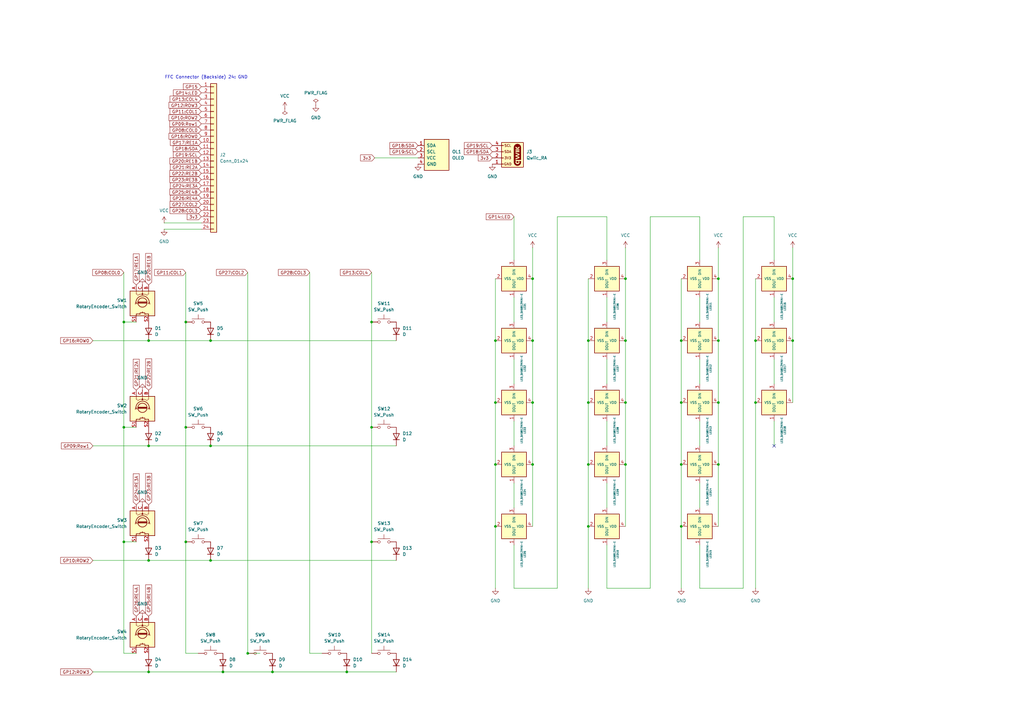
<source format=kicad_sch>
(kicad_sch (version 20250114) (generator "eeschema") (generator_version "9.0")
  (paper "A3")
  (lib_symbols
    (symbol "BrownSugar_KBD:OLED" (pin_names (offset 1.016))
      (property "Reference" "OL" (at 0 7.62 0))
      (property "Value" "OLED" (at 0 -7.62 0))
      (symbol "OLED_1_1"
        (pin bidirectional line (at -7.62 3.81 0) (length 2.54) (name "SDA") (number "1"))
        (pin bidirectional line (at -7.62 1.27 0) (length 2.54) (name "SCL") (number "2"))
        (pin power_in line (at -7.62 -1.27 0) (length 2.54) (name "VCC") (number "3"))
        (pin power_in line (at -7.62 -3.81 0) (length 2.54) (name "GND") (number "4"))
      )
    )
    (symbol "Connector_Generic:Conn_01x24" (pin_names (offset 1.016) (hide yes))
      (property "Reference" "J" (at 0 30.48 0))
      (property "Value" "Conn_01x24" (at 0 -33.02 0))
      (symbol "Conn_01x24_1_1"
        (pin passive line (at -5.08 27.94 0) (length 3.81) (name "Pin_1") (number "1"))
        (pin passive line (at -5.08 25.4 0) (length 3.81) (name "Pin_2") (number "2"))
        (pin passive line (at -5.08 22.86 0) (length 3.81) (name "Pin_3") (number "3"))
        (pin passive line (at -5.08 20.32 0) (length 3.81) (name "Pin_4") (number "4"))
        (pin passive line (at -5.08 17.78 0) (length 3.81) (name "Pin_5") (number "5"))
        (pin passive line (at -5.08 15.24 0) (length 3.81) (name "Pin_6") (number "6"))
        (pin passive line (at -5.08 12.7 0) (length 3.81) (name "Pin_7") (number "7"))
        (pin passive line (at -5.08 10.16 0) (length 3.81) (name "Pin_8") (number "8"))
        (pin passive line (at -5.08 7.62 0) (length 3.81) (name "Pin_9") (number "9"))
        (pin passive line (at -5.08 5.08 0) (length 3.81) (name "Pin_10") (number "10"))
        (pin passive line (at -5.08 2.54 0) (length 3.81) (name "Pin_11") (number "11"))
        (pin passive line (at -5.08 0 0) (length 3.81) (name "Pin_12") (number "12"))
        (pin passive line (at -5.08 -2.54 0) (length 3.81) (name "Pin_13") (number "13"))
        (pin passive line (at -5.08 -5.08 0) (length 3.81) (name "Pin_14") (number "14"))
        (pin passive line (at -5.08 -7.62 0) (length 3.81) (name "Pin_15") (number "15"))
        (pin passive line (at -5.08 -10.16 0) (length 3.81) (name "Pin_16") (number "16"))
        (pin passive line (at -5.08 -12.7 0) (length 3.81) (name "Pin_17") (number "17"))
        (pin passive line (at -5.08 -15.24 0) (length 3.81) (name "Pin_18") (number "18"))
        (pin passive line (at -5.08 -17.78 0) (length 3.81) (name "Pin_19") (number "19"))
        (pin passive line (at -5.08 -20.32 0) (length 3.81) (name "Pin_20") (number "20"))
        (pin passive line (at -5.08 -22.86 0) (length 3.81) (name "Pin_21") (number "21"))
        (pin passive line (at -5.08 -25.4 0) (length 3.81) (name "Pin_22") (number "22"))
        (pin passive line (at -5.08 -27.94 0) (length 3.81) (name "Pin_23") (number "23"))
        (pin passive line (at -5.08 -30.48 0) (length 3.81) (name "Pin_24") (number "24"))
      )
    )
    (symbol "Device:D" (pin_numbers (hide yes)) (pin_names (offset 1.016) (hide yes))
      (property "Reference" "D" (at 0 2.54 0))
      (property "Value" "D" (at 0 -2.54 0))
      (symbol "D_1_1"
        (pin passive line (at -3.81 0 0) (length 2.54) (name "K") (number "1"))
        (pin passive line (at 3.81 0 180) (length 2.54) (name "A") (number "2"))
      )
    )
    (symbol "Device:RotaryEncoder_Switch" (pin_names (offset 0.254) (hide yes))
      (property "Reference" "SW" (at 0 6.604 0))
      (property "Value" "RotaryEncoder_Switch" (at 0 -6.604 0))
      (symbol "RotaryEncoder_Switch_1_1"
        (pin passive line (at -7.62 2.54 0) (length 2.54) (name "A") (number "A"))
        (pin passive line (at -7.62 0 0) (length 2.54) (name "C") (number "C"))
        (pin passive line (at -7.62 -2.54 0) (length 2.54) (name "B") (number "B"))
        (pin passive line (at 7.62 2.54 180) (length 2.54) (name "S1") (number "S1"))
        (pin passive line (at 7.62 -2.54 180) (length 2.54) (name "S2") (number "S2"))
      )
    )
    (symbol "Salicylic_kbd:LED_SK6812MINI-E" (pin_names (offset 1.016))
      (property "Reference" "LED" (at 5.08 -10.16 0))
      (property "Value" "LED_SK6812MINI-E" (at 8.89 -8.89 0))
      (symbol "LED_SK6812MINI-E_1_1"
        (pin input line (at -7.62 0 0) (length 2.54) (name "DIN") (number "3"))
        (pin power_in line (at 0 7.62 270) (length 2.54) (name "VDD") (number "4"))
        (pin power_in line (at 0 -7.62 90) (length 2.54) (name "VSS") (number "2"))
        (pin output line (at 7.62 0 180) (length 2.54) (name "DOUT") (number "1"))
      )
    )
    (symbol "SparkFun-Connector:Qwiic_Right_Angle" (pin_names (offset 1.016) (hide yes))
      (property "Reference" "J" (at 0 5.08 0))
      (property "Value" "Qwiic_RA" (at 0 -7.62 0))
      (symbol "Qwiic_Right_Angle_1_1"
        (text "SCL" (at 1.27 2.54 0) (effects (font (size 1 1))))
        (text "SDA" (at 1.27 0 0) (effects (font (size 1 1))))
        (text "3V3" (at 1.27 -2.54 0) (effects (font (size 1 1))))
        (text "GND" (at 1.27 -5.08 0) (effects (font (size 1 1))))
        (pin passive line (at -5.08 2.54 0) (length 3.81) (name "Pin_4") (number "4"))
        (pin passive line (at -5.08 0 0) (length 3.81) (name "Pin_3") (number "3"))
        (pin passive line (at -5.08 -2.54 0) (length 3.81) (name "Pin_2") (number "2"))
        (pin passive line (at -5.08 -5.08 0) (length 3.81) (name "Pin_1") (number "1"))
        (pin no_connect line (at 5.08 3.81 270) (length 2.54) (hide yes) (name "NC") (number "NC1"))
        (pin no_connect line (at 6.35 3.81 270) (length 2.54) (hide yes) (name "NC") (number "NC2"))
      )
    )
    (symbol "Switch:SW_Push" (pin_numbers (hide yes)) (pin_names (offset 1.016) (hide yes))
      (property "Reference" "SW" (at 1.27 2.54 0))
      (property "Value" "SW_Push" (at 0 -1.524 0))
      (symbol "SW_Push_0_1"
        (pin passive line (at -5.08 0 0) (length 2.54) (name "1") (number "1"))
        (pin passive line (at 5.08 0 180) (length 2.54) (name "2") (number "2"))
      )
    )
    (symbol "power:GND" (power) (pin_numbers (hide yes)) (pin_names (offset 0) (hide yes))
      (property "Value" "GND" (at 0 -3.81 0))
      (symbol "GND_1_1"
        (pin power_in line (at 0 0 270) (length 0) (name "~") (number "1"))
      )
    )
    (symbol "power:PWR_FLAG" (power) (pin_numbers (hide yes)) (pin_names (offset 0) (hide yes))
      (property "Value" "PWR_FLAG" (at 0 3.81 0))
      (symbol "PWR_FLAG_0_0"
        (pin power_out line (at 0 0 90) (length 0) (name "~") (number "1"))
      )
    )
    (symbol "power:VCC" (power) (pin_numbers (hide yes)) (pin_names (offset 0) (hide yes))
      (property "Value" "VCC" (at 0 3.556 0))
      (symbol "VCC_1_1"
        (pin power_in line (at 0 0 90) (length 0) (name "~") (number "1"))
      )
    )
  )
  (text "FFC Connector (Backside) 24: GND" (at 84.582 31.75 0) (effects (font (size 1.27 1.27))))
  (junction (at 91.44 275.59))
  (junction (at 218.44 114.3))
  (junction (at 203.2 190.5))
  (junction (at 76.2 132.08))
  (junction (at 279.4 139.7))
  (junction (at 50.8 175.26))
  (junction (at 152.4 175.26))
  (junction (at 241.3 165.1))
  (junction (at 241.3 190.5))
  (junction (at 294.64 114.3))
  (junction (at 218.44 139.7))
  (junction (at 294.64 139.7))
  (junction (at 152.4 222.25))
  (junction (at 256.54 139.7))
  (junction (at 218.44 190.5))
  (junction (at 203.2 139.7))
  (junction (at 60.96 229.87))
  (junction (at 279.4 165.1))
  (junction (at 256.54 165.1))
  (junction (at 325.12 114.3))
  (junction (at 142.24 275.59))
  (junction (at 256.54 190.5))
  (junction (at 279.4 190.5))
  (junction (at 50.8 222.25))
  (junction (at 76.2 175.26))
  (junction (at 111.76 275.59))
  (junction (at 309.88 165.1))
  (junction (at 256.54 114.3))
  (junction (at 60.96 139.7))
  (junction (at 294.64 190.5))
  (junction (at 325.12 139.7))
  (junction (at 241.3 215.9))
  (junction (at 101.6 267.97))
  (junction (at 203.2 215.9))
  (junction (at 218.44 165.1))
  (junction (at 86.36 229.87))
  (junction (at 86.36 182.88))
  (junction (at 50.8 132.08))
  (junction (at 241.3 139.7))
  (junction (at 76.2 222.25))
  (junction (at 279.4 215.9))
  (junction (at 60.96 275.59))
  (junction (at 203.2 165.1))
  (junction (at 86.36 139.7))
  (junction (at 152.4 132.08))
  (junction (at 294.64 165.1))
  (junction (at 309.88 139.7))
  (junction (at 60.96 182.88))
  (no_connect (at 317.5 182.88))
  (wire (pts (xy 287.02 88.9) (xy 287.02 106.68)))
  (wire (pts (xy 86.36 182.88) (xy 162.56 182.88)))
  (wire (pts (xy 256.54 139.7) (xy 256.54 165.1)))
  (wire (pts (xy 248.92 172.72) (xy 248.92 182.88)))
  (wire (pts (xy 279.4 165.1) (xy 279.4 190.5)))
  (wire (pts (xy 76.2 111.76) (xy 76.2 132.08)))
  (wire (pts (xy 287.02 172.72) (xy 287.02 182.88)))
  (wire (pts (xy 50.8 111.76) (xy 50.8 132.08)))
  (wire (pts (xy 248.92 241.3) (xy 248.92 223.52)))
  (wire (pts (xy 294.64 114.3) (xy 294.64 139.7)))
  (wire (pts (xy 317.5 88.9) (xy 317.5 106.68)))
  (wire (pts (xy 76.2 222.25) (xy 76.2 267.97)))
  (wire (pts (xy 91.44 275.59) (xy 111.76 275.59)))
  (wire (pts (xy 210.82 198.12) (xy 210.82 208.28)))
  (wire (pts (xy 279.4 139.7) (xy 279.4 165.1)))
  (wire (pts (xy 76.2 175.26) (xy 76.2 222.25)))
  (wire (pts (xy 50.8 222.25) (xy 55.88 222.25)))
  (wire (pts (xy 248.92 198.12) (xy 248.92 208.28)))
  (wire (pts (xy 287.02 198.12) (xy 287.02 208.28)))
  (wire (pts (xy 287.02 241.3) (xy 287.02 223.52)))
  (wire (pts (xy 241.3 215.9) (xy 241.3 241.3)))
  (wire (pts (xy 86.36 229.87) (xy 162.56 229.87)))
  (wire (pts (xy 60.96 182.88) (xy 86.36 182.88)))
  (wire (pts (xy 266.7 88.9) (xy 266.7 241.3)))
  (wire (pts (xy 256.54 215.9) (xy 256.54 190.5)))
  (wire (pts (xy 218.44 114.3) (xy 218.44 139.7)))
  (wire (pts (xy 309.88 114.3) (xy 309.88 139.7)))
  (wire (pts (xy 38.1 275.59) (xy 60.96 275.59)))
  (wire (pts (xy 50.8 222.25) (xy 50.8 267.97)))
  (wire (pts (xy 248.92 88.9) (xy 228.6 88.9)))
  (wire (pts (xy 228.6 241.3) (xy 210.82 241.3)))
  (wire (pts (xy 203.2 114.3) (xy 203.2 139.7)))
  (wire (pts (xy 325.12 101.6) (xy 325.12 114.3)))
  (wire (pts (xy 210.82 88.9) (xy 210.82 106.68)))
  (wire (pts (xy 60.96 275.59) (xy 91.44 275.59)))
  (wire (pts (xy 203.2 215.9) (xy 203.2 241.3)))
  (wire (pts (xy 309.88 139.7) (xy 309.88 165.1)))
  (wire (pts (xy 38.1 229.87) (xy 60.96 229.87)))
  (wire (pts (xy 218.44 101.6) (xy 218.44 114.3)))
  (wire (pts (xy 241.3 139.7) (xy 241.3 165.1)))
  (wire (pts (xy 304.8 241.3) (xy 287.02 241.3)))
  (wire (pts (xy 218.44 139.7) (xy 218.44 165.1)))
  (wire (pts (xy 50.8 175.26) (xy 55.88 175.26)))
  (wire (pts (xy 50.8 132.08) (xy 50.8 175.26)))
  (wire (pts (xy 309.88 165.1) (xy 309.88 241.3)))
  (wire (pts (xy 294.64 139.7) (xy 294.64 165.1)))
  (wire (pts (xy 38.1 139.7) (xy 60.96 139.7)))
  (wire (pts (xy 50.8 267.97) (xy 55.88 267.97)))
  (wire (pts (xy 76.2 267.97) (xy 81.28 267.97)))
  (wire (pts (xy 152.4 132.08) (xy 152.4 175.26)))
  (wire (pts (xy 76.2 132.08) (xy 76.2 175.26)))
  (wire (pts (xy 218.44 190.5) (xy 218.44 165.1)))
  (wire (pts (xy 67.31 91.44) (xy 82.55 91.44)))
  (wire (pts (xy 294.64 101.6) (xy 294.64 114.3)))
  (wire (pts (xy 127 267.97) (xy 132.08 267.97)))
  (wire (pts (xy 317.5 121.92) (xy 317.5 132.08)))
  (wire (pts (xy 248.92 147.32) (xy 248.92 157.48)))
  (wire (pts (xy 67.31 93.98) (xy 82.55 93.98)))
  (wire (pts (xy 241.3 165.1) (xy 241.3 190.5)))
  (wire (pts (xy 287.02 147.32) (xy 287.02 157.48)))
  (wire (pts (xy 86.36 139.7) (xy 162.56 139.7)))
  (wire (pts (xy 248.92 121.92) (xy 248.92 132.08)))
  (wire (pts (xy 50.8 175.26) (xy 50.8 222.25)))
  (wire (pts (xy 279.4 190.5) (xy 279.4 215.9)))
  (wire (pts (xy 101.6 111.76) (xy 101.6 267.97)))
  (wire (pts (xy 153.67 64.77) (xy 171.45 64.77)))
  (wire (pts (xy 256.54 190.5) (xy 256.54 165.1)))
  (wire (pts (xy 241.3 190.5) (xy 241.3 215.9)))
  (wire (pts (xy 203.2 139.7) (xy 203.2 165.1)))
  (wire (pts (xy 317.5 147.32) (xy 317.5 157.48)))
  (wire (pts (xy 60.96 139.7) (xy 86.36 139.7)))
  (wire (pts (xy 325.12 114.3) (xy 325.12 139.7)))
  (wire (pts (xy 317.5 172.72) (xy 317.5 182.88)))
  (wire (pts (xy 111.76 275.59) (xy 142.24 275.59)))
  (wire (pts (xy 127 111.76) (xy 127 267.97)))
  (wire (pts (xy 101.6 267.97) (xy 106.68 267.97)))
  (wire (pts (xy 325.12 139.7) (xy 325.12 165.1)))
  (wire (pts (xy 294.64 190.5) (xy 294.64 165.1)))
  (wire (pts (xy 60.96 229.87) (xy 86.36 229.87)))
  (wire (pts (xy 152.4 222.25) (xy 152.4 267.97)))
  (wire (pts (xy 210.82 172.72) (xy 210.82 182.88)))
  (wire (pts (xy 210.82 147.32) (xy 210.82 157.48)))
  (wire (pts (xy 279.4 215.9) (xy 279.4 241.3)))
  (wire (pts (xy 203.2 165.1) (xy 203.2 190.5)))
  (wire (pts (xy 248.92 88.9) (xy 248.92 106.68)))
  (wire (pts (xy 256.54 114.3) (xy 256.54 139.7)))
  (wire (pts (xy 287.02 88.9) (xy 266.7 88.9)))
  (wire (pts (xy 152.4 111.76) (xy 152.4 132.08)))
  (wire (pts (xy 228.6 88.9) (xy 228.6 241.3)))
  (wire (pts (xy 256.54 101.6) (xy 256.54 114.3)))
  (wire (pts (xy 317.5 88.9) (xy 304.8 88.9)))
  (wire (pts (xy 210.82 121.92) (xy 210.82 132.08)))
  (wire (pts (xy 218.44 215.9) (xy 218.44 190.5)))
  (wire (pts (xy 50.8 132.08) (xy 55.88 132.08)))
  (wire (pts (xy 241.3 114.3) (xy 241.3 139.7)))
  (wire (pts (xy 248.92 241.3) (xy 266.7 241.3)))
  (wire (pts (xy 142.24 275.59) (xy 162.56 275.59)))
  (wire (pts (xy 38.1 182.88) (xy 60.96 182.88)))
  (wire (pts (xy 279.4 114.3) (xy 279.4 139.7)))
  (wire (pts (xy 294.64 215.9) (xy 294.64 190.5)))
  (wire (pts (xy 304.8 88.9) (xy 304.8 241.3)))
  (wire (pts (xy 152.4 175.26) (xy 152.4 222.25)))
  (wire (pts (xy 210.82 241.3) (xy 210.82 223.52)))
  (wire (pts (xy 203.2 190.5) (xy 203.2 215.9)))
  (wire (pts (xy 287.02 121.92) (xy 287.02 132.08)))
  (global_label "GP28:COL3" (shape input) (at 82.55 86.36 180) (property "Intersheetrefs" "${INTERSHEET_REFS}" (effects (hide yes))))
  (global_label "GP11:COL1" (shape input) (at 82.55 45.72 180) (property "Intersheetrefs" "${INTERSHEET_REFS}" (effects (hide yes))))
  (global_label "GP25:RE4B" (shape input) (at 60.96 252.73 90) (property "Intersheetrefs" "${INTERSHEET_REFS}" (effects (hide yes))))
  (global_label "GP16:ROW0" (shape input) (at 82.55 55.88 180) (property "Intersheetrefs" "${INTERSHEET_REFS}" (effects (hide yes))))
  (global_label "GP08:COL0" (shape input) (at 82.55 53.34 180) (property "Intersheetrefs" "${INTERSHEET_REFS}" (effects (hide yes))))
  (global_label "GP12:ROW3" (shape input) (at 82.55 43.18 180) (property "Intersheetrefs" "${INTERSHEET_REFS}" (effects (hide yes))))
  (global_label "GP28:COL3" (shape input) (at 127 111.76 180) (property "Intersheetrefs" "${INTERSHEET_REFS}" (effects (hide yes))))
  (global_label "GP14:LED" (shape input) (at 210.82 88.9 180) (property "Intersheetrefs" "${INTERSHEET_REFS}" (effects (hide yes))))
  (global_label "GP22:RE2B" (shape input) (at 82.55 71.12 180) (property "Intersheetrefs" "${INTERSHEET_REFS}" (effects (hide yes))))
  (global_label "GP23:RE3B" (shape input) (at 60.96 207.01 90) (property "Intersheetrefs" "${INTERSHEET_REFS}" (effects (hide yes))))
  (global_label "GP11:COL1" (shape input) (at 76.2 111.76 180) (property "Intersheetrefs" "${INTERSHEET_REFS}" (effects (hide yes))))
  (global_label "GP25:RE4B" (shape input) (at 82.55 78.74 180) (property "Intersheetrefs" "${INTERSHEET_REFS}" (effects (hide yes))))
  (global_label "GP18:SDA" (shape input) (at 82.55 60.96 180) (property "Intersheetrefs" "${INTERSHEET_REFS}" (effects (hide yes))))
  (global_label "GP10:ROW2" (shape input) (at 38.1 229.87 180) (property "Intersheetrefs" "${INTERSHEET_REFS}" (effects (hide yes))))
  (global_label "GP16:ROW0" (shape input) (at 38.1 139.7 180) (property "Intersheetrefs" "${INTERSHEET_REFS}" (effects (hide yes))))
  (global_label "GP20:RE1B" (shape input) (at 82.55 66.04 180) (property "Intersheetrefs" "${INTERSHEET_REFS}" (effects (hide yes))))
  (global_label "3v3" (shape input) (at 82.55 88.9 180) (property "Intersheetrefs" "${INTERSHEET_REFS}" (effects (hide yes))))
  (global_label "GP13:COL4" (shape input) (at 152.4 111.76 180) (property "Intersheetrefs" "${INTERSHEET_REFS}" (effects (hide yes))))
  (global_label "GP27:COL2" (shape input) (at 101.6 111.76 180) (property "Intersheetrefs" "${INTERSHEET_REFS}" (effects (hide yes))))
  (global_label "GP19:SCL" (shape input) (at 82.55 63.5 180) (property "Intersheetrefs" "${INTERSHEET_REFS}" (effects (hide yes))))
  (global_label "GP21:RE2A" (shape input) (at 55.88 160.02 90) (property "Intersheetrefs" "${INTERSHEET_REFS}" (effects (hide yes))))
  (global_label "GP14:LED" (shape input) (at 82.55 38.1 180) (property "Intersheetrefs" "${INTERSHEET_REFS}" (effects (hide yes))))
  (global_label "GP13:COL4" (shape input) (at 82.55 40.64 180) (property "Intersheetrefs" "${INTERSHEET_REFS}" (effects (hide yes))))
  (global_label "GP24:RE3A" (shape input) (at 55.88 207.01 90) (property "Intersheetrefs" "${INTERSHEET_REFS}" (effects (hide yes))))
  (global_label "GP22:RE2B" (shape input) (at 60.96 160.02 90) (property "Intersheetrefs" "${INTERSHEET_REFS}" (effects (hide yes))))
  (global_label "GP18:SDA" (shape input) (at 171.45 59.69 180) (property "Intersheetrefs" "${INTERSHEET_REFS}" (effects (hide yes))))
  (global_label "GP19:SCL" (shape input) (at 171.45 62.23 180) (property "Intersheetrefs" "${INTERSHEET_REFS}" (effects (hide yes))))
  (global_label "GP23:RE3B" (shape input) (at 82.55 73.66 180) (property "Intersheetrefs" "${INTERSHEET_REFS}" (effects (hide yes))))
  (global_label "GP18:SDA" (shape input) (at 201.93 62.23 180) (property "Intersheetrefs" "${INTERSHEET_REFS}" (effects (hide yes))))
  (global_label "GP21:RE2A" (shape input) (at 82.55 68.58 180) (property "Intersheetrefs" "${INTERSHEET_REFS}" (effects (hide yes))))
  (global_label "GP17:RE1A" (shape input) (at 55.88 116.84 90) (property "Intersheetrefs" "${INTERSHEET_REFS}" (effects (hide yes))))
  (global_label "GP26:RE4A" (shape input) (at 55.88 252.73 90) (property "Intersheetrefs" "${INTERSHEET_REFS}" (effects (hide yes))))
  (global_label "GP27:COL2" (shape input) (at 82.55 83.82 180) (property "Intersheetrefs" "${INTERSHEET_REFS}" (effects (hide yes))))
  (global_label "GP19:SCL" (shape input) (at 201.93 59.69 180) (property "Intersheetrefs" "${INTERSHEET_REFS}" (effects (hide yes))))
  (global_label "GP08:COL0" (shape input) (at 50.8 111.76 180) (property "Intersheetrefs" "${INTERSHEET_REFS}" (effects (hide yes))))
  (global_label "3v3" (shape input) (at 153.67 64.77 180) (property "Intersheetrefs" "${INTERSHEET_REFS}" (effects (hide yes))))
  (global_label "GP20:RE1B" (shape input) (at 60.96 116.84 90) (property "Intersheetrefs" "${INTERSHEET_REFS}" (effects (hide yes))))
  (global_label "3v3" (shape input) (at 201.93 64.77 180) (property "Intersheetrefs" "${INTERSHEET_REFS}" (effects (hide yes))))
  (global_label "GP26:RE4A" (shape input) (at 82.55 81.28 180) (property "Intersheetrefs" "${INTERSHEET_REFS}" (effects (hide yes))))
  (global_label "GP10:ROW2" (shape input) (at 82.55 48.26 180) (property "Intersheetrefs" "${INTERSHEET_REFS}" (effects (hide yes))))
  (global_label "GP09:Row1" (shape input) (at 82.55 50.8 180) (property "Intersheetrefs" "${INTERSHEET_REFS}" (effects (hide yes))))
  (global_label "GP09:Row1" (shape input) (at 38.1 182.88 180) (property "Intersheetrefs" "${INTERSHEET_REFS}" (effects (hide yes))))
  (global_label "GP24:RE3A" (shape input) (at 82.55 76.2 180) (property "Intersheetrefs" "${INTERSHEET_REFS}" (effects (hide yes))))
  (global_label "GP17:RE1A" (shape input) (at 82.55 58.42 180) (property "Intersheetrefs" "${INTERSHEET_REFS}" (effects (hide yes))))
  (global_label "GP15" (shape input) (at 82.55 35.56 180) (property "Intersheetrefs" "${INTERSHEET_REFS}" (effects (hide yes))))
  (global_label "GP12:ROW3" (shape input) (at 38.1 275.59 180) (property "Intersheetrefs" "${INTERSHEET_REFS}" (effects (hide yes))))
  (symbol (lib_id "Salicylic_kbd:LED_SK6812MINI-E") (at 317.5 139.7 270) (unit 1)
    (property "Reference" "LED17" (at 321.9135 151.13 0) (effects (font (size 0.7366 0.7366))))
    (property "Value" "LED_SK6812MINI-E" (at 320.6435 151.13 0) (effects (font (size 0.7366 0.7366))))
    (property "Footprint" "kbd_Parts:LED_SK6812MINI-E_BL" (effects (hide yes)))
  )
  (symbol (lib_id "Salicylic_kbd:LED_SK6812MINI-E") (at 210.82 215.9 270) (unit 1)
    (property "Reference" "LED5" (at 215.2335 227.33 0) (effects (font (size 0.7366 0.7366))))
    (property "Value" "LED_SK6812MINI-E" (at 213.9635 227.33 0) (effects (font (size 0.7366 0.7366))))
    (property "Footprint" "kbd_Parts:LED_SK6812MINI-E_BL" (effects (hide yes)))
  )
  (symbol (lib_id "Switch:SW_Push") (at 81.28 132.08 0) (mirror y) (unit 1)
    (property "Reference" "SW5" (at 81.28 124.46 0))
    (property "Value" "SW_Push" (at 81.28 127 0))
    (property "Footprint" "Rikkodo_FootPrint:rkd_Asm_ChocV1V2_Hotswap_1u" (effects (hide yes)))
    (property "Description" "Push button switch, generic, two pins" (effects (hide yes)))
  )
  (symbol (lib_id "power:GND") (at 58.42 160.02 180) (unit 1)
    (property "Reference" "#PWR08" (effects (hide yes)))
    (property "Value" "GND" (at 58.42 154.94 0))
    (property "Description" "Power symbol creates a global label with name \"GND\" , ground" (effects (hide yes)))
  )
  (symbol (lib_id "power:GND") (at 201.93 67.31 0) (unit 1)
    (property "Reference" "#PWR07" (effects (hide yes)))
    (property "Value" "GND" (at 201.93 72.39 0))
    (property "Description" "Power symbol creates a global label with name \"GND\" , ground" (effects (hide yes)))
  )
  (symbol (lib_id "Salicylic_kbd:LED_SK6812MINI-E") (at 210.82 190.5 270) (unit 1)
    (property "Reference" "LED4" (at 215.2335 201.93 0) (effects (font (size 0.7366 0.7366))))
    (property "Value" "LED_SK6812MINI-E" (at 213.9635 201.93 0) (effects (font (size 0.7366 0.7366))))
    (property "Footprint" "kbd_Parts:LED_SK6812MINI-E_BL" (effects (hide yes)))
  )
  (symbol (lib_id "Salicylic_kbd:LED_SK6812MINI-E") (at 287.02 114.3 270) (unit 1)
    (property "Reference" "LED11" (at 291.4335 125.73 0) (effects (font (size 0.7366 0.7366))))
    (property "Value" "LED_SK6812MINI-E" (at 290.1635 125.73 0) (effects (font (size 0.7366 0.7366))))
    (property "Footprint" "kbd_Parts:LED_SK6812MINI-E_BL" (effects (hide yes)))
  )
  (symbol (lib_id "Salicylic_kbd:LED_SK6812MINI-E") (at 317.5 165.1 270) (unit 1)
    (property "Reference" "LED18" (at 321.9135 176.53 0) (effects (font (size 0.7366 0.7366))))
    (property "Value" "LED_SK6812MINI-E" (at 320.6435 176.53 0) (effects (font (size 0.7366 0.7366))))
    (property "Footprint" "kbd_Parts:LED_SK6812MINI-E_BL" (effects (hide yes)))
  )
  (symbol (lib_id "Device:RotaryEncoder_Switch") (at 58.42 214.63 90) (mirror x) (unit 1)
    (property "Reference" "SW3" (at 52.07 213.3599 90) (effects (justify left)))
    (property "Value" "RotaryEncoder_Switch" (at 52.07 215.8999 90) (effects (justify left)))
    (property "Footprint" "BrownSugar_KBD:RotaryEncoder_EC11-Switch" (effects (hide yes)))
    (property "Description" "Rotary encoder, dual channel, incremental quadrate outputs, with switch" (effects (hide yes)))
  )
  (symbol (lib_id "Salicylic_kbd:LED_SK6812MINI-E") (at 248.92 215.9 270) (unit 1)
    (property "Reference" "LED10" (at 253.3335 227.33 0) (effects (font (size 0.7366 0.7366))))
    (property "Value" "LED_SK6812MINI-E" (at 252.0635 227.33 0) (effects (font (size 0.7366 0.7366))))
    (property "Footprint" "kbd_Parts:LED_SK6812MINI-E_BL" (effects (hide yes)))
  )
  (symbol (lib_id "Device:D") (at 60.96 226.06 90) (unit 1)
    (property "Reference" "D3" (at 63.5 224.7899 90) (effects (justify right)))
    (property "Value" "D" (at 63.5 227.3299 90) (effects (justify right)))
    (property "Footprint" "kbd_Parts:Diode_SMD" (effects (hide yes)))
    (property "Description" "Diode" (effects (hide yes)))
    (property "Sim.Device" "D" (effects (hide yes)))
    (property "Sim.Pins" "1=K 2=A" (effects (hide yes)))
  )
  (symbol (lib_id "Switch:SW_Push") (at 157.48 222.25 0) (mirror y) (unit 1)
    (property "Reference" "SW13" (at 157.48 214.63 0))
    (property "Value" "SW_Push" (at 157.48 217.17 0))
    (property "Footprint" "Rikkodo_FootPrint:rkd_Asm_ChocV1V2_Hotswap_1u" (effects (hide yes)))
    (property "Description" "Push button switch, generic, two pins" (effects (hide yes)))
  )
  (symbol (lib_id "SparkFun-Connector:Qwiic_Right_Angle") (at 207.01 62.23 0) (unit 1)
    (property "Reference" "J3" (at 215.9 62.2299 0) (effects (justify left)))
    (property "Value" "Qwiic_RA" (at 215.9 64.7699 0) (effects (justify left)))
    (property "Footprint" "SparkFun-Connector:JST_SMD_1.0mm-4_Black" (effects (hide yes)))
    (property "Datasheet" "https://www.jst-mfg.com/product/pdf/eng/eSH.pdf" (effects (hide yes)))
    (property "Description" "4 pin JST 1mm polarized connector for I2C" (effects (hide yes)))
    (property "PROD_ID" "CONN-13694" (effects (hide yes)))
  )
  (symbol (lib_id "Salicylic_kbd:LED_SK6812MINI-E") (at 210.82 114.3 270) (unit 1)
    (property "Reference" "LED1" (at 215.2335 125.73 0) (effects (font (size 0.7366 0.7366))))
    (property "Value" "LED_SK6812MINI-E" (at 213.9635 125.73 0) (effects (font (size 0.7366 0.7366))))
    (property "Footprint" "kbd_Parts:LED_SK6812MINI-E_BL" (effects (hide yes)))
  )
  (symbol (lib_id "Switch:SW_Push") (at 157.48 175.26 0) (mirror y) (unit 1)
    (property "Reference" "SW12" (at 157.48 167.64 0))
    (property "Value" "SW_Push" (at 157.48 170.18 0))
    (property "Footprint" "Rikkodo_FootPrint:rkd_Asm_ChocV1V2_Hotswap_1u" (effects (hide yes)))
    (property "Description" "Push button switch, generic, two pins" (effects (hide yes)))
  )
  (symbol (lib_id "Device:D") (at 86.36 179.07 90) (unit 1)
    (property "Reference" "D6" (at 88.9 177.7999 90) (effects (justify right)))
    (property "Value" "D" (at 88.9 180.3399 90) (effects (justify right)))
    (property "Footprint" "kbd_Parts:Diode_SMD" (effects (hide yes)))
    (property "Description" "Diode" (effects (hide yes)))
    (property "Sim.Device" "D" (effects (hide yes)))
    (property "Sim.Pins" "1=K 2=A" (effects (hide yes)))
  )
  (symbol (lib_id "Salicylic_kbd:LED_SK6812MINI-E") (at 317.5 114.3 270) (unit 1)
    (property "Reference" "LED16" (at 321.9135 125.73 0) (effects (font (size 0.7366 0.7366))))
    (property "Value" "LED_SK6812MINI-E" (at 320.6435 125.73 0) (effects (font (size 0.7366 0.7366))))
    (property "Footprint" "kbd_Parts:LED_SK6812MINI-E_BL" (effects (hide yes)))
  )
  (symbol (lib_id "power:GND") (at 129.54 43.18 0) (unit 1)
    (property "Reference" "#PWR06" (effects (hide yes)))
    (property "Value" "GND" (at 129.54 48.26 0))
    (property "Description" "Power symbol creates a global label with name \"GND\" , ground" (effects (hide yes)))
  )
  (symbol (lib_id "Device:D") (at 60.96 179.07 90) (unit 1)
    (property "Reference" "D2" (at 63.5 177.7999 90) (effects (justify right)))
    (property "Value" "D" (at 63.5 180.3399 90) (effects (justify right)))
    (property "Footprint" "kbd_Parts:Diode_SMD" (effects (hide yes)))
    (property "Description" "Diode" (effects (hide yes)))
    (property "Sim.Device" "D" (effects (hide yes)))
    (property "Sim.Pins" "1=K 2=A" (effects (hide yes)))
  )
  (symbol (lib_id "power:VCC") (at 116.84 44.45 0) (unit 1)
    (property "Reference" "#PWR05" (effects (hide yes)))
    (property "Value" "VCC" (at 116.84 39.37 0))
    (property "Description" "Power symbol creates a global label with name \"VCC\"" (effects (hide yes)))
  )
  (symbol (lib_id "Device:D") (at 86.36 135.89 90) (unit 1)
    (property "Reference" "D5" (at 88.9 134.6199 90) (effects (justify right)))
    (property "Value" "D" (at 88.9 137.1599 90) (effects (justify right)))
    (property "Footprint" "kbd_Parts:Diode_SMD" (effects (hide yes)))
    (property "Description" "Diode" (effects (hide yes)))
    (property "Sim.Device" "D" (effects (hide yes)))
    (property "Sim.Pins" "1=K 2=A" (effects (hide yes)))
  )
  (symbol (lib_id "Salicylic_kbd:LED_SK6812MINI-E") (at 248.92 114.3 270) (unit 1)
    (property "Reference" "LED6" (at 253.3335 125.73 0) (effects (font (size 0.7366 0.7366))))
    (property "Value" "LED_SK6812MINI-E" (at 252.0635 125.73 0) (effects (font (size 0.7366 0.7366))))
    (property "Footprint" "kbd_Parts:LED_SK6812MINI-E_BL" (effects (hide yes)))
  )
  (symbol (lib_id "power:VCC") (at 67.31 91.44 0) (unit 1)
    (property "Reference" "#PWR03" (effects (hide yes)))
    (property "Value" "VCC" (at 67.31 86.36 0))
    (property "Description" "Power symbol creates a global label with name \"VCC\"" (effects (hide yes)))
  )
  (symbol (lib_id "Device:D") (at 142.24 271.78 90) (unit 1)
    (property "Reference" "D10" (at 144.78 270.5099 90) (effects (justify right)))
    (property "Value" "D" (at 144.78 273.0499 90) (effects (justify right)))
    (property "Footprint" "kbd_Parts:Diode_SMD" (effects (hide yes)))
    (property "Description" "Diode" (effects (hide yes)))
    (property "Sim.Device" "D" (effects (hide yes)))
    (property "Sim.Pins" "1=K 2=A" (effects (hide yes)))
  )
  (symbol (lib_id "Device:D") (at 162.56 135.89 90) (unit 1)
    (property "Reference" "D11" (at 165.1 134.6199 90) (effects (justify right)))
    (property "Value" "D" (at 165.1 137.1599 90) (effects (justify right)))
    (property "Footprint" "kbd_Parts:Diode_SMD" (effects (hide yes)))
    (property "Description" "Diode" (effects (hide yes)))
    (property "Sim.Device" "D" (effects (hide yes)))
    (property "Sim.Pins" "1=K 2=A" (effects (hide yes)))
  )
  (symbol (lib_id "Salicylic_kbd:LED_SK6812MINI-E") (at 248.92 190.5 270) (unit 1)
    (property "Reference" "LED9" (at 253.3335 201.93 0) (effects (font (size 0.7366 0.7366))))
    (property "Value" "LED_SK6812MINI-E" (at 252.0635 201.93 0) (effects (font (size 0.7366 0.7366))))
    (property "Footprint" "kbd_Parts:LED_SK6812MINI-E_BL" (effects (hide yes)))
  )
  (symbol (lib_id "Salicylic_kbd:LED_SK6812MINI-E") (at 287.02 139.7 270) (unit 1)
    (property "Reference" "LED12" (at 291.4335 151.13 0) (effects (font (size 0.7366 0.7366))))
    (property "Value" "LED_SK6812MINI-E" (at 290.1635 151.13 0) (effects (font (size 0.7366 0.7366))))
    (property "Footprint" "kbd_Parts:LED_SK6812MINI-E_BL" (effects (hide yes)))
  )
  (symbol (lib_id "power:GND") (at 58.42 116.84 180) (unit 1)
    (property "Reference" "#PWR018" (effects (hide yes)))
    (property "Value" "GND" (at 58.42 111.76 0))
    (property "Description" "Power symbol creates a global label with name \"GND\" , ground" (effects (hide yes)))
  )
  (symbol (lib_id "Device:D") (at 162.56 226.06 90) (unit 1)
    (property "Reference" "D13" (at 165.1 224.7899 90) (effects (justify right)))
    (property "Value" "D" (at 165.1 227.3299 90) (effects (justify right)))
    (property "Footprint" "kbd_Parts:Diode_SMD" (effects (hide yes)))
    (property "Description" "Diode" (effects (hide yes)))
    (property "Sim.Device" "D" (effects (hide yes)))
    (property "Sim.Pins" "1=K 2=A" (effects (hide yes)))
  )
  (symbol (lib_id "Device:D") (at 91.44 271.78 90) (unit 1)
    (property "Reference" "D8" (at 93.98 270.5099 90) (effects (justify right)))
    (property "Value" "D" (at 93.98 273.0499 90) (effects (justify right)))
    (property "Footprint" "kbd_Parts:Diode_SMD" (effects (hide yes)))
    (property "Description" "Diode" (effects (hide yes)))
    (property "Sim.Device" "D" (effects (hide yes)))
    (property "Sim.Pins" "1=K 2=A" (effects (hide yes)))
  )
  (symbol (lib_id "Device:D") (at 60.96 135.89 90) (unit 1)
    (property "Reference" "D1" (at 63.5 134.6199 90) (effects (justify right)))
    (property "Value" "D" (at 63.5 137.1599 90) (effects (justify right)))
    (property "Footprint" "kbd_Parts:Diode_SMD" (effects (hide yes)))
    (property "Description" "Diode" (effects (hide yes)))
    (property "Sim.Device" "D" (effects (hide yes)))
    (property "Sim.Pins" "1=K 2=A" (effects (hide yes)))
  )
  (symbol (lib_id "Switch:SW_Push") (at 81.28 222.25 0) (mirror y) (unit 1)
    (property "Reference" "SW7" (at 81.28 214.63 0))
    (property "Value" "SW_Push" (at 81.28 217.17 0))
    (property "Footprint" "Rikkodo_FootPrint:rkd_Asm_ChocV1V2_Hotswap_1u" (effects (hide yes)))
    (property "Description" "Push button switch, generic, two pins" (effects (hide yes)))
  )
  (symbol (lib_id "Switch:SW_Push") (at 106.68 267.97 0) (mirror y) (unit 1)
    (property "Reference" "SW9" (at 106.68 260.35 0))
    (property "Value" "SW_Push" (at 106.68 262.89 0))
    (property "Footprint" "Rikkodo_FootPrint:rkd_Asm_ChocV1V2_Hotswap_1u" (effects (hide yes)))
    (property "Description" "Push button switch, generic, two pins" (effects (hide yes)))
  )
  (symbol (lib_id "Salicylic_kbd:LED_SK6812MINI-E") (at 287.02 190.5 270) (unit 1)
    (property "Reference" "LED14" (at 291.4335 201.93 0) (effects (font (size 0.7366 0.7366))))
    (property "Value" "LED_SK6812MINI-E" (at 290.1635 201.93 0) (effects (font (size 0.7366 0.7366))))
    (property "Footprint" "kbd_Parts:LED_SK6812MINI-E_BL" (effects (hide yes)))
  )
  (symbol (lib_id "power:PWR_FLAG") (at 116.84 44.45 180) (unit 1)
    (property "Reference" "#FLG01" (effects (hide yes)))
    (property "Value" "PWR_FLAG" (at 116.84 49.53 0))
    (property "Description" "Special symbol for telling ERC where power comes from" (effects (hide yes)))
  )
  (symbol (lib_id "power:GND") (at 58.42 207.01 180) (unit 1)
    (property "Reference" "#PWR019" (effects (hide yes)))
    (property "Value" "GND" (at 58.42 201.93 0))
    (property "Description" "Power symbol creates a global label with name \"GND\" , ground" (effects (hide yes)))
  )
  (symbol (lib_id "power:GND") (at 171.45 67.31 0) (unit 1)
    (property "Reference" "#PWR09" (effects (hide yes)))
    (property "Value" "GND" (at 171.45 72.39 0))
    (property "Description" "Power symbol creates a global label with name \"GND\" , ground" (effects (hide yes)))
  )
  (symbol (lib_id "power:GND") (at 241.3 241.3 0) (unit 1)
    (property "Reference" "#PWR012" (effects (hide yes)))
    (property "Value" "GND" (at 241.3 246.38 0))
    (property "Description" "Power symbol creates a global label with name \"GND\" , ground" (effects (hide yes)))
  )
  (symbol (lib_id "power:PWR_FLAG") (at 129.54 43.18 0) (unit 1)
    (property "Reference" "#FLG02" (effects (hide yes)))
    (property "Value" "PWR_FLAG" (at 129.54 38.1 0))
    (property "Description" "Special symbol for telling ERC where power comes from" (effects (hide yes)))
  )
  (symbol (lib_id "Device:RotaryEncoder_Switch") (at 58.42 124.46 90) (mirror x) (unit 1)
    (property "Reference" "SW1" (at 52.07 123.1899 90) (effects (justify left)))
    (property "Value" "RotaryEncoder_Switch" (at 52.07 125.7299 90) (effects (justify left)))
    (property "Footprint" "BrownSugar_KBD:RotaryEncoder_EC11-Switch" (effects (hide yes)))
    (property "Description" "Rotary encoder, dual channel, incremental quadrate outputs, with switch" (effects (hide yes)))
  )
  (symbol (lib_id "Salicylic_kbd:LED_SK6812MINI-E") (at 210.82 139.7 270) (unit 1)
    (property "Reference" "LED2" (at 215.2335 151.13 0) (effects (font (size 0.7366 0.7366))))
    (property "Value" "LED_SK6812MINI-E" (at 213.9635 151.13 0) (effects (font (size 0.7366 0.7366))))
    (property "Footprint" "kbd_Parts:LED_SK6812MINI-E_BL" (effects (hide yes)))
  )
  (symbol (lib_id "power:GND") (at 203.2 241.3 0) (unit 1)
    (property "Reference" "#PWR010" (effects (hide yes)))
    (property "Value" "GND" (at 203.2 246.38 0))
    (property "Description" "Power symbol creates a global label with name \"GND\" , ground" (effects (hide yes)))
  )
  (symbol (lib_id "power:GND") (at 67.31 93.98 0) (unit 1)
    (property "Reference" "#PWR04" (effects (hide yes)))
    (property "Value" "GND" (at 67.31 99.06 0))
    (property "Description" "Power symbol creates a global label with name \"GND\" , ground" (effects (hide yes)))
  )
  (symbol (lib_id "power:GND") (at 309.88 241.3 0) (unit 1)
    (property "Reference" "#PWR016" (effects (hide yes)))
    (property "Value" "GND" (at 309.88 246.38 0))
    (property "Description" "Power symbol creates a global label with name \"GND\" , ground" (effects (hide yes)))
  )
  (symbol (lib_id "Salicylic_kbd:LED_SK6812MINI-E") (at 248.92 165.1 270) (unit 1)
    (property "Reference" "LED8" (at 253.3335 176.53 0) (effects (font (size 0.7366 0.7366))))
    (property "Value" "LED_SK6812MINI-E" (at 252.0635 176.53 0) (effects (font (size 0.7366 0.7366))))
    (property "Footprint" "kbd_Parts:LED_SK6812MINI-E_BL" (effects (hide yes)))
  )
  (symbol (lib_id "Device:D") (at 111.76 271.78 90) (unit 1)
    (property "Reference" "D9" (at 114.3 270.5099 90) (effects (justify right)))
    (property "Value" "D" (at 114.3 273.0499 90) (effects (justify right)))
    (property "Footprint" "kbd_Parts:Diode_SMD" (effects (hide yes)))
    (property "Description" "Diode" (effects (hide yes)))
    (property "Sim.Device" "D" (effects (hide yes)))
    (property "Sim.Pins" "1=K 2=A" (effects (hide yes)))
  )
  (symbol (lib_id "Salicylic_kbd:LED_SK6812MINI-E") (at 287.02 215.9 270) (unit 1)
    (property "Reference" "LED15" (at 291.4335 227.33 0) (effects (font (size 0.7366 0.7366))))
    (property "Value" "LED_SK6812MINI-E" (at 290.1635 227.33 0) (effects (font (size 0.7366 0.7366))))
    (property "Footprint" "kbd_Parts:LED_SK6812MINI-E_BL" (effects (hide yes)))
  )
  (symbol (lib_id "power:VCC") (at 218.44 101.6 0) (unit 1)
    (property "Reference" "#PWR011" (effects (hide yes)))
    (property "Value" "VCC" (at 218.44 96.52 0))
    (property "Description" "Power symbol creates a global label with name \"VCC\"" (effects (hide yes)))
  )
  (symbol (lib_id "Device:D") (at 162.56 179.07 90) (unit 1)
    (property "Reference" "D12" (at 165.1 177.7999 90) (effects (justify right)))
    (property "Value" "D" (at 165.1 180.3399 90) (effects (justify right)))
    (property "Footprint" "kbd_Parts:Diode_SMD" (effects (hide yes)))
    (property "Description" "Diode" (effects (hide yes)))
    (property "Sim.Device" "D" (effects (hide yes)))
    (property "Sim.Pins" "1=K 2=A" (effects (hide yes)))
  )
  (symbol (lib_id "power:GND") (at 58.42 252.73 180) (unit 1)
    (property "Reference" "#PWR020" (effects (hide yes)))
    (property "Value" "GND" (at 58.42 247.65 0))
    (property "Description" "Power symbol creates a global label with name \"GND\" , ground" (effects (hide yes)))
  )
  (symbol (lib_id "Switch:SW_Push") (at 137.16 267.97 0) (mirror y) (unit 1)
    (property "Reference" "SW10" (at 137.16 260.35 0))
    (property "Value" "SW_Push" (at 137.16 262.89 0))
    (property "Footprint" "Rikkodo_FootPrint:rkd_Asm_ChocV1V2_Hotswap_1u" (effects (hide yes)))
    (property "Description" "Push button switch, generic, two pins" (effects (hide yes)))
  )
  (symbol (lib_id "Device:D") (at 162.56 271.78 90) (unit 1)
    (property "Reference" "D14" (at 165.1 270.5099 90) (effects (justify right)))
    (property "Value" "D" (at 165.1 273.0499 90) (effects (justify right)))
    (property "Footprint" "kbd_Parts:Diode_SMD" (effects (hide yes)))
    (property "Description" "Diode" (effects (hide yes)))
    (property "Sim.Device" "D" (effects (hide yes)))
    (property "Sim.Pins" "1=K 2=A" (effects (hide yes)))
  )
  (symbol (lib_id "Device:D") (at 60.96 271.78 90) (unit 1)
    (property "Reference" "D4" (at 63.5 270.5099 90) (effects (justify right)))
    (property "Value" "D" (at 63.5 273.0499 90) (effects (justify right)))
    (property "Footprint" "kbd_Parts:Diode_SMD" (effects (hide yes)))
    (property "Description" "Diode" (effects (hide yes)))
    (property "Sim.Device" "D" (effects (hide yes)))
    (property "Sim.Pins" "1=K 2=A" (effects (hide yes)))
  )
  (symbol (lib_id "power:VCC") (at 325.12 101.6 0) (unit 1)
    (property "Reference" "#PWR017" (effects (hide yes)))
    (property "Value" "VCC" (at 325.12 96.52 0))
    (property "Description" "Power symbol creates a global label with name \"VCC\"" (effects (hide yes)))
  )
  (symbol (lib_id "power:VCC") (at 294.64 101.6 0) (unit 1)
    (property "Reference" "#PWR015" (effects (hide yes)))
    (property "Value" "VCC" (at 294.64 96.52 0))
    (property "Description" "Power symbol creates a global label with name \"VCC\"" (effects (hide yes)))
  )
  (symbol (lib_id "Device:D") (at 86.36 226.06 90) (unit 1)
    (property "Reference" "D7" (at 88.9 224.7899 90) (effects (justify right)))
    (property "Value" "D" (at 88.9 227.3299 90) (effects (justify right)))
    (property "Footprint" "kbd_Parts:Diode_SMD" (effects (hide yes)))
    (property "Description" "Diode" (effects (hide yes)))
    (property "Sim.Device" "D" (effects (hide yes)))
    (property "Sim.Pins" "1=K 2=A" (effects (hide yes)))
  )
  (symbol (lib_id "power:GND") (at 279.4 241.3 0) (unit 1)
    (property "Reference" "#PWR014" (effects (hide yes)))
    (property "Value" "GND" (at 279.4 246.38 0))
    (property "Description" "Power symbol creates a global label with name \"GND\" , ground" (effects (hide yes)))
  )
  (symbol (lib_id "Switch:SW_Push") (at 157.48 267.97 0) (mirror y) (unit 1)
    (property "Reference" "SW14" (at 157.48 260.35 0))
    (property "Value" "SW_Push" (at 157.48 262.89 0))
    (property "Footprint" "Rikkodo_FootPrint:rkd_Asm_ChocV1V2_Hotswap_1u" (effects (hide yes)))
    (property "Description" "Push button switch, generic, two pins" (effects (hide yes)))
  )
  (symbol (lib_id "power:VCC") (at 256.54 101.6 0) (unit 1)
    (property "Reference" "#PWR013" (effects (hide yes)))
    (property "Value" "VCC" (at 256.54 96.52 0))
    (property "Description" "Power symbol creates a global label with name \"VCC\"" (effects (hide yes)))
  )
  (symbol (lib_id "Salicylic_kbd:LED_SK6812MINI-E") (at 210.82 165.1 270) (unit 1)
    (property "Reference" "LED3" (at 215.2335 176.53 0) (effects (font (size 0.7366 0.7366))))
    (property "Value" "LED_SK6812MINI-E" (at 213.9635 176.53 0) (effects (font (size 0.7366 0.7366))))
    (property "Footprint" "kbd_Parts:LED_SK6812MINI-E_BL" (effects (hide yes)))
  )
  (symbol (lib_id "Switch:SW_Push") (at 81.28 175.26 0) (mirror y) (unit 1)
    (property "Reference" "SW6" (at 81.28 167.64 0))
    (property "Value" "SW_Push" (at 81.28 170.18 0))
    (property "Footprint" "Rikkodo_FootPrint:rkd_Asm_ChocV1V2_Hotswap_1u" (effects (hide yes)))
    (property "Description" "Push button switch, generic, two pins" (effects (hide yes)))
  )
  (symbol (lib_id "Salicylic_kbd:LED_SK6812MINI-E") (at 248.92 139.7 270) (unit 1)
    (property "Reference" "LED7" (at 253.3335 151.13 0) (effects (font (size 0.7366 0.7366))))
    (property "Value" "LED_SK6812MINI-E" (at 252.0635 151.13 0) (effects (font (size 0.7366 0.7366))))
    (property "Footprint" "kbd_Parts:LED_SK6812MINI-E_BL" (effects (hide yes)))
  )
  (symbol (lib_id "Device:RotaryEncoder_Switch") (at 58.42 167.64 90) (mirror x) (unit 1)
    (property "Reference" "SW2" (at 52.07 166.3699 90) (effects (justify left)))
    (property "Value" "RotaryEncoder_Switch" (at 52.07 168.9099 90) (effects (justify left)))
    (property "Footprint" "BrownSugar_KBD:RotaryEncoder_EC11-Switch" (effects (hide yes)))
    (property "Description" "Rotary encoder, dual channel, incremental quadrate outputs, with switch" (effects (hide yes)))
  )
  (symbol (lib_id "BrownSugar_KBD:OLED") (at 179.07 63.5 0) (unit 1)
    (property "Reference" "OL1" (at 185.42 62.2299 0) (effects (justify left)))
    (property "Value" "OLED" (at 185.42 64.7699 0) (effects (justify left)))
    (property "Footprint" "BrownSugar_KBD:OLED_center_display" (effects (hide yes)))
  )
  (symbol (lib_id "Switch:SW_Push") (at 86.36 267.97 0) (mirror y) (unit 1)
    (property "Reference" "SW8" (at 86.36 260.35 0))
    (property "Value" "SW_Push" (at 86.36 262.89 0))
    (property "Footprint" "Rikkodo_FootPrint:rkd_Asm_ChocV1V2_Hotswap_1u" (effects (hide yes)))
    (property "Description" "Push button switch, generic, two pins" (effects (hide yes)))
  )
  (symbol (lib_id "Device:RotaryEncoder_Switch") (at 58.42 260.35 90) (mirror x) (unit 1)
    (property "Reference" "SW4" (at 52.07 259.0799 90) (effects (justify left)))
    (property "Value" "RotaryEncoder_Switch" (at 52.07 261.6199 90) (effects (justify left)))
    (property "Footprint" "BrownSugar_KBD:RotaryEncoder_EC11-Switch" (effects (hide yes)))
    (property "Description" "Rotary encoder, dual channel, incremental quadrate outputs, with switch" (effects (hide yes)))
  )
  (symbol (lib_id "Connector_Generic:Conn_01x24") (at 87.63 63.5 0) (unit 1)
    (property "Reference" "J2" (at 90.17 63.4999 0) (effects (justify left)))
    (property "Value" "Conn_01x24" (at 90.17 66.0399 0) (effects (justify left)))
    (property "Footprint" "Connector_FFC-FPC:Hirose_FH12-24S-0.5SH_1x24-1MP_P0.50mm_Horizontal" (effects (hide yes)))
    (property "Description" "Generic connector, single row, 01x24, script generated (kicad-library-utils/schlib/autogen/connector/)" (effects (hide yes)))
  )
  (symbol (lib_id "Salicylic_kbd:LED_SK6812MINI-E") (at 287.02 165.1 270) (unit 1)
    (property "Reference" "LED13" (at 291.4335 176.53 0) (effects (font (size 0.7366 0.7366))))
    (property "Value" "LED_SK6812MINI-E" (at 290.1635 176.53 0) (effects (font (size 0.7366 0.7366))))
    (property "Footprint" "kbd_Parts:LED_SK6812MINI-E_BL" (effects (hide yes)))
  )
  (symbol (lib_id "Switch:SW_Push") (at 157.48 132.08 0) (mirror y) (unit 1)
    (property "Reference" "SW11" (at 157.48 124.46 0))
    (property "Value" "SW_Push" (at 157.48 127 0))
    (property "Footprint" "Rikkodo_FootPrint:rkd_Asm_ChocV1V2_Hotswap_1u" (effects (hide yes)))
    (property "Description" "Push button switch, generic, two pins" (effects (hide yes)))
  )
)
</source>
